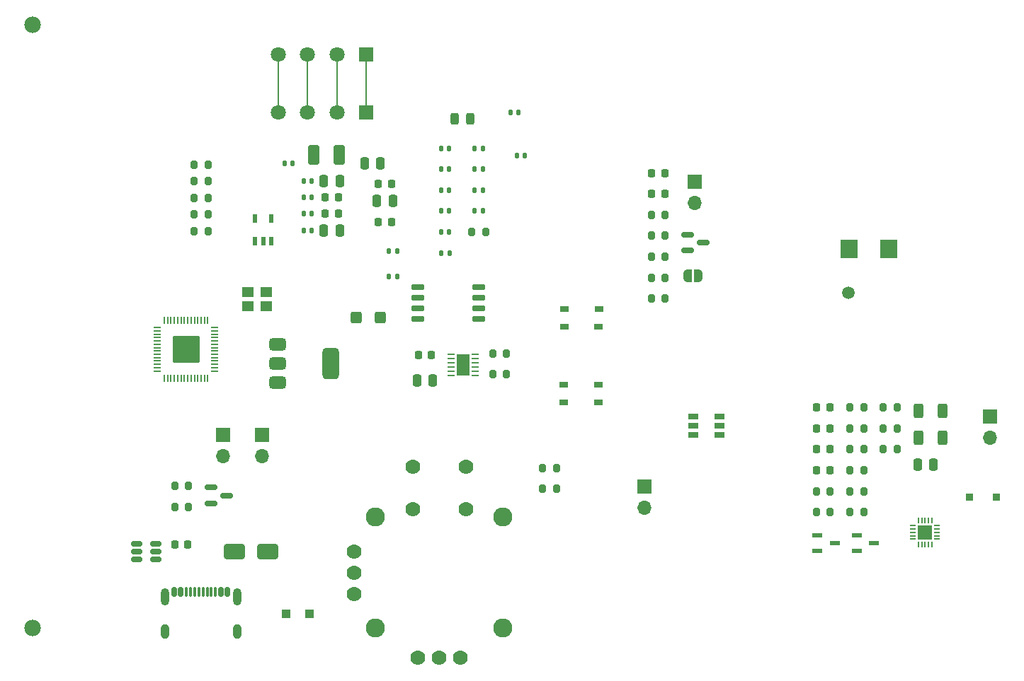
<source format=gbr>
%TF.GenerationSoftware,KiCad,Pcbnew,8.0.0*%
%TF.CreationDate,2024-04-27T18:31:45+01:00*%
%TF.ProjectId,StepUp,53746570-5570-42e6-9b69-6361645f7063,rev?*%
%TF.SameCoordinates,Original*%
%TF.FileFunction,Copper,L1,Top*%
%TF.FilePolarity,Positive*%
%FSLAX46Y46*%
G04 Gerber Fmt 4.6, Leading zero omitted, Abs format (unit mm)*
G04 Created by KiCad (PCBNEW 8.0.0) date 2024-04-27 18:31:45*
%MOMM*%
%LPD*%
G01*
G04 APERTURE LIST*
G04 Aperture macros list*
%AMRoundRect*
0 Rectangle with rounded corners*
0 $1 Rounding radius*
0 $2 $3 $4 $5 $6 $7 $8 $9 X,Y pos of 4 corners*
0 Add a 4 corners polygon primitive as box body*
4,1,4,$2,$3,$4,$5,$6,$7,$8,$9,$2,$3,0*
0 Add four circle primitives for the rounded corners*
1,1,$1+$1,$2,$3*
1,1,$1+$1,$4,$5*
1,1,$1+$1,$6,$7*
1,1,$1+$1,$8,$9*
0 Add four rect primitives between the rounded corners*
20,1,$1+$1,$2,$3,$4,$5,0*
20,1,$1+$1,$4,$5,$6,$7,0*
20,1,$1+$1,$6,$7,$8,$9,0*
20,1,$1+$1,$8,$9,$2,$3,0*%
%AMFreePoly0*
4,1,19,0.500000,-0.750000,0.000000,-0.750000,0.000000,-0.744911,-0.071157,-0.744911,-0.207708,-0.704816,-0.327430,-0.627875,-0.420627,-0.520320,-0.479746,-0.390866,-0.500000,-0.250000,-0.500000,0.250000,-0.479746,0.390866,-0.420627,0.520320,-0.327430,0.627875,-0.207708,0.704816,-0.071157,0.744911,0.000000,0.744911,0.000000,0.750000,0.500000,0.750000,0.500000,-0.750000,0.500000,-0.750000,
$1*%
%AMFreePoly1*
4,1,19,0.000000,0.744911,0.071157,0.744911,0.207708,0.704816,0.327430,0.627875,0.420627,0.520320,0.479746,0.390866,0.500000,0.250000,0.500000,-0.250000,0.479746,-0.390866,0.420627,-0.520320,0.327430,-0.627875,0.207708,-0.704816,0.071157,-0.744911,0.000000,-0.744911,0.000000,-0.750000,-0.500000,-0.750000,-0.500000,0.750000,0.000000,0.750000,0.000000,0.744911,0.000000,0.744911,
$1*%
G04 Aperture macros list end*
%TA.AperFunction,SMDPad,CuDef*%
%ADD10R,0.762000X0.254000*%
%TD*%
%TA.AperFunction,SMDPad,CuDef*%
%ADD11R,0.254000X0.762000*%
%TD*%
%TA.AperFunction,SMDPad,CuDef*%
%ADD12R,1.701800X1.701800*%
%TD*%
%TA.AperFunction,SMDPad,CuDef*%
%ADD13C,1.500000*%
%TD*%
%TA.AperFunction,SMDPad,CuDef*%
%ADD14R,2.150000X2.200000*%
%TD*%
%TA.AperFunction,SMDPad,CuDef*%
%ADD15RoundRect,0.250000X-0.400000X-0.450000X0.400000X-0.450000X0.400000X0.450000X-0.400000X0.450000X0*%
%TD*%
%TA.AperFunction,ComponentPad*%
%ADD16R,1.800000X1.800000*%
%TD*%
%TA.AperFunction,ComponentPad*%
%ADD17C,1.800000*%
%TD*%
%TA.AperFunction,SMDPad,CuDef*%
%ADD18RoundRect,0.200000X-0.200000X-0.275000X0.200000X-0.275000X0.200000X0.275000X-0.200000X0.275000X0*%
%TD*%
%TA.AperFunction,ComponentPad*%
%ADD19C,1.980000*%
%TD*%
%TA.AperFunction,SMDPad,CuDef*%
%ADD20R,1.300000X0.600000*%
%TD*%
%TA.AperFunction,SMDPad,CuDef*%
%ADD21RoundRect,0.140000X-0.140000X-0.170000X0.140000X-0.170000X0.140000X0.170000X-0.140000X0.170000X0*%
%TD*%
%TA.AperFunction,ComponentPad*%
%ADD22R,1.700000X1.700000*%
%TD*%
%TA.AperFunction,ComponentPad*%
%ADD23O,1.700000X1.700000*%
%TD*%
%TA.AperFunction,SMDPad,CuDef*%
%ADD24RoundRect,0.250000X-0.250000X-0.475000X0.250000X-0.475000X0.250000X0.475000X-0.250000X0.475000X0*%
%TD*%
%TA.AperFunction,SMDPad,CuDef*%
%ADD25RoundRect,0.225000X-0.225000X-0.250000X0.225000X-0.250000X0.225000X0.250000X-0.225000X0.250000X0*%
%TD*%
%TA.AperFunction,SMDPad,CuDef*%
%ADD26RoundRect,0.135000X-0.135000X-0.185000X0.135000X-0.185000X0.135000X0.185000X-0.135000X0.185000X0*%
%TD*%
%TA.AperFunction,SMDPad,CuDef*%
%ADD27RoundRect,0.250000X-0.312500X-0.625000X0.312500X-0.625000X0.312500X0.625000X-0.312500X0.625000X0*%
%TD*%
%TA.AperFunction,SMDPad,CuDef*%
%ADD28RoundRect,0.250000X-0.412500X-0.925000X0.412500X-0.925000X0.412500X0.925000X-0.412500X0.925000X0*%
%TD*%
%TA.AperFunction,SMDPad,CuDef*%
%ADD29R,1.300000X0.700000*%
%TD*%
%TA.AperFunction,SMDPad,CuDef*%
%ADD30RoundRect,0.062500X-0.362500X-0.062500X0.362500X-0.062500X0.362500X0.062500X-0.362500X0.062500X0*%
%TD*%
%TA.AperFunction,HeatsinkPad*%
%ADD31C,0.600000*%
%TD*%
%TA.AperFunction,HeatsinkPad*%
%ADD32R,1.600000X2.500000*%
%TD*%
%TA.AperFunction,SMDPad,CuDef*%
%ADD33RoundRect,0.243750X-0.243750X-0.456250X0.243750X-0.456250X0.243750X0.456250X-0.243750X0.456250X0*%
%TD*%
%TA.AperFunction,SMDPad,CuDef*%
%ADD34R,1.050000X0.650000*%
%TD*%
%TA.AperFunction,SMDPad,CuDef*%
%ADD35RoundRect,0.050000X-0.387500X-0.050000X0.387500X-0.050000X0.387500X0.050000X-0.387500X0.050000X0*%
%TD*%
%TA.AperFunction,SMDPad,CuDef*%
%ADD36RoundRect,0.050000X-0.050000X-0.387500X0.050000X-0.387500X0.050000X0.387500X-0.050000X0.387500X0*%
%TD*%
%TA.AperFunction,ComponentPad*%
%ADD37C,0.600000*%
%TD*%
%TA.AperFunction,SMDPad,CuDef*%
%ADD38RoundRect,0.144000X-1.456000X-1.456000X1.456000X-1.456000X1.456000X1.456000X-1.456000X1.456000X0*%
%TD*%
%TA.AperFunction,ComponentPad*%
%ADD39C,1.778000*%
%TD*%
%TA.AperFunction,ComponentPad*%
%ADD40C,2.286000*%
%TD*%
%TA.AperFunction,SMDPad,CuDef*%
%ADD41RoundRect,0.150000X-0.150000X-0.425000X0.150000X-0.425000X0.150000X0.425000X-0.150000X0.425000X0*%
%TD*%
%TA.AperFunction,SMDPad,CuDef*%
%ADD42RoundRect,0.075000X-0.075000X-0.500000X0.075000X-0.500000X0.075000X0.500000X-0.075000X0.500000X0*%
%TD*%
%TA.AperFunction,ComponentPad*%
%ADD43O,1.000000X2.100000*%
%TD*%
%TA.AperFunction,ComponentPad*%
%ADD44O,1.000000X1.800000*%
%TD*%
%TA.AperFunction,SMDPad,CuDef*%
%ADD45RoundRect,0.250000X-1.000000X-0.650000X1.000000X-0.650000X1.000000X0.650000X-1.000000X0.650000X0*%
%TD*%
%TA.AperFunction,SMDPad,CuDef*%
%ADD46FreePoly0,0.000000*%
%TD*%
%TA.AperFunction,SMDPad,CuDef*%
%ADD47FreePoly1,0.000000*%
%TD*%
%TA.AperFunction,SMDPad,CuDef*%
%ADD48RoundRect,0.150000X-0.512500X-0.150000X0.512500X-0.150000X0.512500X0.150000X-0.512500X0.150000X0*%
%TD*%
%TA.AperFunction,SMDPad,CuDef*%
%ADD49R,1.400000X1.200000*%
%TD*%
%TA.AperFunction,SMDPad,CuDef*%
%ADD50R,0.600000X1.050000*%
%TD*%
%TA.AperFunction,SMDPad,CuDef*%
%ADD51RoundRect,0.150000X-0.587500X-0.150000X0.587500X-0.150000X0.587500X0.150000X-0.587500X0.150000X0*%
%TD*%
%TA.AperFunction,SMDPad,CuDef*%
%ADD52RoundRect,0.375000X-0.625000X-0.375000X0.625000X-0.375000X0.625000X0.375000X-0.625000X0.375000X0*%
%TD*%
%TA.AperFunction,SMDPad,CuDef*%
%ADD53RoundRect,0.500000X-0.500000X-1.400000X0.500000X-1.400000X0.500000X1.400000X-0.500000X1.400000X0*%
%TD*%
%TA.AperFunction,SMDPad,CuDef*%
%ADD54R,0.900000X0.950000*%
%TD*%
%TA.AperFunction,SMDPad,CuDef*%
%ADD55RoundRect,0.250000X-0.300000X-0.300000X0.300000X-0.300000X0.300000X0.300000X-0.300000X0.300000X0*%
%TD*%
%TA.AperFunction,SMDPad,CuDef*%
%ADD56RoundRect,0.150000X-0.650000X-0.150000X0.650000X-0.150000X0.650000X0.150000X-0.650000X0.150000X0*%
%TD*%
%TA.AperFunction,Conductor*%
%ADD57C,0.152400*%
%TD*%
G04 APERTURE END LIST*
D10*
%TO.P,U3,1,OA2*%
%TO.N,/Motor Driver/OA2*%
X209655200Y-128899998D03*
%TO.P,U3,2,VCP*%
%TO.N,Net-(U3-VCP)*%
X209655200Y-129300000D03*
%TO.P,U3,3,DIR*%
%TO.N,TMC_DIR*%
X209655200Y-129699999D03*
%TO.P,U3,4,STEP*%
%TO.N,TMC_STEP*%
X209655200Y-130099998D03*
%TO.P,U3,5,MS1_AD0*%
%TO.N,TMC_MS1{slash}AD0*%
X209655200Y-130500000D03*
D11*
%TO.P,U3,6,MS2_AD1*%
%TO.N,TMC_MS2{slash}AD1*%
X210277599Y-131122399D03*
%TO.P,U3,7,EN*%
%TO.N,TMC_EN*%
X210677601Y-131122399D03*
%TO.P,U3,8,STEPPER*%
%TO.N,/Motor Driver/VCC_IO*%
X211077600Y-131122399D03*
%TO.P,U3,9,MODE*%
%TO.N,TMC_MODE*%
X211477599Y-131122399D03*
%TO.P,U3,10,PDN_UART*%
%TO.N,TMC_UART_RX*%
X211877601Y-131122399D03*
D10*
%TO.P,U3,11,VIO/NSTDBY*%
%TO.N,/Motor Driver/VCC_IO*%
X212500000Y-130500000D03*
%TO.P,U3,12,DIAG*%
%TO.N,TMC_DIAG*%
X212500000Y-130099998D03*
%TO.P,U3,13,1.8VOUT*%
%TO.N,Net-(U3-1.8VOUT)*%
X212500000Y-129699999D03*
%TO.P,U3,14,GND*%
%TO.N,GND*%
X212500000Y-129300000D03*
%TO.P,U3,15,OB2*%
%TO.N,/Motor Driver/OB2*%
X212500000Y-128899998D03*
D11*
%TO.P,U3,16,BRB*%
%TO.N,Net-(U3-BRB)*%
X211877601Y-128277599D03*
%TO.P,U3,17,OB1*%
%TO.N,/Motor Driver/OB1*%
X211477599Y-128277599D03*
%TO.P,U3,18,VS*%
%TO.N,VMotor*%
X211077600Y-128277599D03*
%TO.P,U3,19,OA1*%
%TO.N,/Motor Driver/OA1*%
X210677601Y-128277599D03*
%TO.P,U3,20,BRA*%
%TO.N,Net-(U3-BRA)*%
X210277599Y-128277599D03*
D12*
%TO.P,U3,21,EPAD*%
%TO.N,GND*%
X211077600Y-129699999D03*
%TD*%
D13*
%TO.P,TP1,1,1*%
%TO.N,/Power/BOOST_VOUT*%
X201905000Y-101050000D03*
%TD*%
D14*
%TO.P,L2,1,1*%
%TO.N,/Power/BOOST_VIN*%
X201980000Y-95800000D03*
%TO.P,L2,2,2*%
%TO.N,Net-(D2-A)*%
X206780000Y-95800000D03*
%TD*%
D15*
%TO.P,D6,1,A1*%
%TO.N,VMotor*%
X143050000Y-104000000D03*
%TO.P,D6,2,A2*%
%TO.N,GND*%
X145950000Y-104000000D03*
%TD*%
D16*
%TO.P,J3,1_A,1*%
%TO.N,/Motor Driver/OA1*%
X144250000Y-79437500D03*
D17*
%TO.P,J3,2_A,2*%
%TO.N,/Motor Driver/OA2*%
X140750000Y-79437500D03*
%TO.P,J3,3_A,3*%
%TO.N,/Motor Driver/OB1*%
X137250000Y-79437500D03*
%TO.P,J3,4_A,4*%
%TO.N,/Motor Driver/OB2*%
X133750000Y-79437500D03*
D16*
%TO.P,J3,1_B,1__1*%
%TO.N,/Motor Driver/OA1*%
X144250000Y-72437500D03*
D17*
%TO.P,J3,2_B,2__1*%
%TO.N,/Motor Driver/OA2*%
X140750000Y-72437500D03*
%TO.P,J3,3_B,3__1*%
%TO.N,/Motor Driver/OB1*%
X137250000Y-72437500D03*
%TO.P,J3,4_B,4__1*%
%TO.N,/Motor Driver/OB2*%
X133750000Y-72437500D03*
%TD*%
D18*
%TO.P,R20,1*%
%TO.N,Vbat_monitor*%
X178345000Y-96700000D03*
%TO.P,R20,2*%
%TO.N,Vbat*%
X179995000Y-96700000D03*
%TD*%
D19*
%TO.P,BT1,N*%
%TO.N,GND*%
X104390000Y-141110000D03*
%TO.P,BT1,P*%
%TO.N,Vbat*%
X104390000Y-68890000D03*
%TD*%
D20*
%TO.P,Q4,1,G*%
%TO.N,~{TMC_STBDY}*%
X202900000Y-130050000D03*
%TO.P,Q4,2,S*%
%TO.N,GND*%
X202900000Y-131950000D03*
%TO.P,Q4,3,D*%
%TO.N,Net-(Q3-G)*%
X205000000Y-131000000D03*
%TD*%
D21*
%TO.P,C10,1*%
%TO.N,+3V3*%
X146997500Y-96017500D03*
%TO.P,C10,2*%
%TO.N,GND*%
X147957500Y-96017500D03*
%TD*%
%TO.P,C5,1*%
%TO.N,+1V1*%
X162262500Y-84617500D03*
%TO.P,C5,2*%
%TO.N,GND*%
X163222500Y-84617500D03*
%TD*%
D18*
%TO.P,R6,1*%
%TO.N,GND*%
X156892500Y-93737500D03*
%TO.P,R6,2*%
%TO.N,Net-(U5-PROG)*%
X158542500Y-93737500D03*
%TD*%
D21*
%TO.P,C8,1*%
%TO.N,+3V3*%
X134520000Y-85500000D03*
%TO.P,C8,2*%
%TO.N,GND*%
X135480000Y-85500000D03*
%TD*%
D22*
%TO.P,J1,1,Pin_1*%
%TO.N,V_USB*%
X183500000Y-87730000D03*
D23*
%TO.P,J1,2,Pin_2*%
%TO.N,Net-(D3-A)*%
X183500000Y-90270000D03*
%TD*%
D24*
%TO.P,C19,1*%
%TO.N,Net-(J4-Pin_2)*%
X139187500Y-93527500D03*
%TO.P,C19,2*%
%TO.N,GND*%
X141087500Y-93527500D03*
%TD*%
D18*
%TO.P,R34,1*%
%TO.N,Net-(Q3-G)*%
X206100000Y-117230000D03*
%TO.P,R34,2*%
%TO.N,+3V3*%
X207750000Y-117230000D03*
%TD*%
D25*
%TO.P,C18,1*%
%TO.N,/Power/BOOST_VIN*%
X139362500Y-91557500D03*
%TO.P,C18,2*%
%TO.N,GND*%
X140912500Y-91557500D03*
%TD*%
D18*
%TO.P,R10,1*%
%TO.N,Net-(U7-OVP)*%
X123702500Y-91627500D03*
%TO.P,R10,2*%
%TO.N,/Power/BOOST_VOUT*%
X125352500Y-91627500D03*
%TD*%
D26*
%TO.P,R2,1*%
%TO.N,+3V3*%
X157207500Y-83697500D03*
%TO.P,R2,2*%
%TO.N,/MCU/QSPI_SS*%
X158227500Y-83697500D03*
%TD*%
D27*
%TO.P,R29,1*%
%TO.N,GND*%
X210272500Y-115110000D03*
%TO.P,R29,2*%
%TO.N,Net-(U3-BRA)*%
X213197500Y-115110000D03*
%TD*%
D26*
%TO.P,R5,1*%
%TO.N,/MCU/USB_D-*%
X157207500Y-91227500D03*
%TO.P,R5,2*%
%TO.N,Net-(U2-USB_DM)*%
X158227500Y-91227500D03*
%TD*%
D18*
%TO.P,R7,1*%
%TO.N,Net-(U5-STAT)*%
X123702500Y-85657500D03*
%TO.P,R7,2*%
%TO.N,Net-(D1-K)*%
X125352500Y-85657500D03*
%TD*%
D28*
%TO.P,C15,1*%
%TO.N,/Power/BOOST_VIN*%
X137962500Y-84500000D03*
%TO.P,C15,2*%
%TO.N,GND*%
X141037500Y-84500000D03*
%TD*%
D18*
%TO.P,R8,1*%
%TO.N,GND*%
X123702500Y-87647500D03*
%TO.P,R8,2*%
%TO.N,/Power/BOOST_ENABLE*%
X125352500Y-87647500D03*
%TD*%
%TO.P,R32,1*%
%TO.N,TMC_UART_RX*%
X202090000Y-127270000D03*
%TO.P,R32,2*%
%TO.N,GND*%
X203740000Y-127270000D03*
%TD*%
D26*
%TO.P,R4,1*%
%TO.N,/MCU/USB_D+*%
X157207500Y-88717500D03*
%TO.P,R4,2*%
%TO.N,Net-(U2-USB_DP)*%
X158227500Y-88717500D03*
%TD*%
D24*
%TO.P,C28,1*%
%TO.N,VMotor*%
X210205000Y-121550000D03*
%TO.P,C28,2*%
%TO.N,GND*%
X212105000Y-121550000D03*
%TD*%
D20*
%TO.P,Q3,1,G*%
%TO.N,Net-(Q3-G)*%
X198200000Y-130050000D03*
%TO.P,Q3,2,D*%
%TO.N,+3V3*%
X198200000Y-131950000D03*
%TO.P,Q3,3,S*%
%TO.N,/Motor Driver/VCC_IO*%
X200300000Y-131000000D03*
%TD*%
D26*
%TO.P,R3,1*%
%TO.N,/MCU/XOUT*%
X157207500Y-86207500D03*
%TO.P,R3,2*%
%TO.N,Net-(C2-Pad1)*%
X158227500Y-86207500D03*
%TD*%
D21*
%TO.P,C7,1*%
%TO.N,+3V3*%
X161537500Y-79397500D03*
%TO.P,C7,2*%
%TO.N,GND*%
X162497500Y-79397500D03*
%TD*%
D18*
%TO.P,R23,1*%
%TO.N,/Motor Driver/VCC_IO*%
X198080000Y-124760000D03*
%TO.P,R23,2*%
%TO.N,TMC_MS2{slash}AD1*%
X199730000Y-124760000D03*
%TD*%
D21*
%TO.P,C6,1*%
%TO.N,+1V1*%
X153227500Y-93737500D03*
%TO.P,C6,2*%
%TO.N,GND*%
X154187500Y-93737500D03*
%TD*%
D29*
%TO.P,D4,1,KB*%
%TO.N,unconnected-(D4-KB-Pad1)*%
X183400000Y-115800000D03*
%TO.P,D4,2,KG*%
%TO.N,unconnected-(D4-KG-Pad2)*%
X183400000Y-116900000D03*
%TO.P,D4,3,KR*%
%TO.N,unconnected-(D4-KR-Pad3)*%
X183400000Y-118000000D03*
%TO.P,D4,4,AR*%
%TO.N,unconnected-(D4-AR-Pad4)*%
X186500000Y-118000000D03*
%TO.P,D4,5,AG*%
%TO.N,unconnected-(D4-AG-Pad5)*%
X186500000Y-116900000D03*
%TO.P,D4,6,AB*%
%TO.N,unconnected-(D4-AB-Pad6)*%
X186500000Y-115800000D03*
%TD*%
D27*
%TO.P,R31,1*%
%TO.N,GND*%
X210272500Y-118400000D03*
%TO.P,R31,2*%
%TO.N,Net-(U3-BRB)*%
X213197500Y-118400000D03*
%TD*%
D18*
%TO.P,R27,1*%
%TO.N,TMC_STEP*%
X202090000Y-119740000D03*
%TO.P,R27,2*%
%TO.N,GND*%
X203740000Y-119740000D03*
%TD*%
D21*
%TO.P,C13,1*%
%TO.N,+3V3*%
X136787500Y-91557500D03*
%TO.P,C13,2*%
%TO.N,GND*%
X137747500Y-91557500D03*
%TD*%
D30*
%TO.P,U7,1,NC*%
%TO.N,unconnected-(U7-NC-Pad1)*%
X154425000Y-108395000D03*
%TO.P,U7,2,SS*%
%TO.N,Net-(U7-SS)*%
X154425000Y-108895000D03*
%TO.P,U7,3,FB*%
%TO.N,Net-(U7-FB)*%
X154425000Y-109395000D03*
%TO.P,U7,4,AGND*%
%TO.N,GND*%
X154425000Y-109895000D03*
%TO.P,U7,5,PGND*%
X154425000Y-110395000D03*
%TO.P,U7,6,PGND*%
X154425000Y-110895000D03*
%TO.P,U7,7,SW*%
%TO.N,Net-(D2-A)*%
X157275000Y-110895000D03*
%TO.P,U7,8,SW*%
X157275000Y-110395000D03*
%TO.P,U7,9,OVP*%
%TO.N,Net-(U7-OVP)*%
X157275000Y-109895000D03*
%TO.P,U7,10,VIN*%
%TO.N,/Power/BOOST_VIN*%
X157275000Y-109395000D03*
%TO.P,U7,11,EN*%
%TO.N,/Power/BOOST_ENABLE*%
X157275000Y-108895000D03*
%TO.P,U7,12,COMP*%
%TO.N,Net-(U7-COMP)*%
X157275000Y-108395000D03*
D31*
%TO.P,U7,13,PGND*%
%TO.N,GND*%
X155350000Y-108695000D03*
X155350000Y-109645000D03*
X155350000Y-110595000D03*
D32*
X155850000Y-109645000D03*
D31*
X156350000Y-108695000D03*
X156350000Y-109645000D03*
X156350000Y-110595000D03*
%TD*%
D21*
%TO.P,C3,1*%
%TO.N,+3V3*%
X153227500Y-88717500D03*
%TO.P,C3,2*%
%TO.N,GND*%
X154187500Y-88717500D03*
%TD*%
D18*
%TO.P,R28,1*%
%TO.N,TMC_DIR*%
X202090000Y-122250000D03*
%TO.P,R28,2*%
%TO.N,GND*%
X203740000Y-122250000D03*
%TD*%
D33*
%TO.P,D1,1,K*%
%TO.N,Net-(D1-K)*%
X154835000Y-80167500D03*
%TO.P,D1,2,A*%
%TO.N,V_USB*%
X156710000Y-80167500D03*
%TD*%
D21*
%TO.P,C14,1*%
%TO.N,+3V3*%
X136787500Y-93527500D03*
%TO.P,C14,2*%
%TO.N,GND*%
X137747500Y-93527500D03*
%TD*%
D34*
%TO.P,SW1,1,1*%
%TO.N,GND*%
X167925000Y-102925000D03*
X172075000Y-102925000D03*
%TO.P,SW1,2,2*%
%TO.N,Net-(D5-PadK)*%
X167925000Y-105075000D03*
X172050000Y-105075000D03*
%TD*%
D18*
%TO.P,R14,1*%
%TO.N,V_USB*%
X121355000Y-124130000D03*
%TO.P,R14,2*%
%TO.N,Net-(Q1-G)*%
X123005000Y-124130000D03*
%TD*%
D35*
%TO.P,U2,1,IOVDD*%
%TO.N,+3V3*%
X119287500Y-105175000D03*
%TO.P,U2,2,GPIO0*%
%TO.N,/MCU/GPIO0*%
X119287500Y-105575000D03*
%TO.P,U2,3,GPIO1*%
%TO.N,/MCU/GPIO1*%
X119287500Y-105975000D03*
%TO.P,U2,4,GPIO2*%
%TO.N,/MCU/GPIO2*%
X119287500Y-106375000D03*
%TO.P,U2,5,GPIO3*%
%TO.N,/MCU/GPIO3*%
X119287500Y-106775000D03*
%TO.P,U2,6,GPIO4*%
%TO.N,/MCU/GPIO4*%
X119287500Y-107175000D03*
%TO.P,U2,7,GPIO5*%
%TO.N,/MCU/GPIO5*%
X119287500Y-107575000D03*
%TO.P,U2,8,GPIO6*%
%TO.N,/MCU/GPIO6*%
X119287500Y-107975000D03*
%TO.P,U2,9,GPIO7*%
%TO.N,/MCU/GPIO7*%
X119287500Y-108375000D03*
%TO.P,U2,10,IOVDD*%
%TO.N,+3V3*%
X119287500Y-108775000D03*
%TO.P,U2,11,GPIO8*%
%TO.N,/MCU/GPIO8*%
X119287500Y-109175000D03*
%TO.P,U2,12,GPIO9*%
%TO.N,/MCU/GPIO9*%
X119287500Y-109575000D03*
%TO.P,U2,13,GPIO10*%
%TO.N,/MCU/GPIO10*%
X119287500Y-109975000D03*
%TO.P,U2,14,GPIO11*%
%TO.N,/MCU/GPIO11*%
X119287500Y-110375000D03*
D36*
%TO.P,U2,15,GPIO12*%
%TO.N,/MCU/GPIO12*%
X120125000Y-111212500D03*
%TO.P,U2,16,GPIO13*%
%TO.N,/MCU/GPIO13*%
X120525000Y-111212500D03*
%TO.P,U2,17,GPIO14*%
%TO.N,/MCU/GPIO14*%
X120925000Y-111212500D03*
%TO.P,U2,18,GPIO15*%
%TO.N,/MCU/GPIO15*%
X121325000Y-111212500D03*
%TO.P,U2,19,TESTEN*%
%TO.N,GND*%
X121725000Y-111212500D03*
%TO.P,U2,20,XIN*%
%TO.N,/MCU/XIN*%
X122125000Y-111212500D03*
%TO.P,U2,21,XOUT*%
%TO.N,/MCU/XOUT*%
X122525000Y-111212500D03*
%TO.P,U2,22,IOVDD*%
%TO.N,+3V3*%
X122925000Y-111212500D03*
%TO.P,U2,23,DVDD*%
%TO.N,+1V1*%
X123325000Y-111212500D03*
%TO.P,U2,24,SWCLK*%
%TO.N,/MCU/SWCLK*%
X123725000Y-111212500D03*
%TO.P,U2,25,SWD*%
%TO.N,/MCU/SWD*%
X124125000Y-111212500D03*
%TO.P,U2,26,RUN*%
%TO.N,/MCU/RUN*%
X124525000Y-111212500D03*
%TO.P,U2,27,GPIO16*%
%TO.N,/MCU/GPIO16*%
X124925000Y-111212500D03*
%TO.P,U2,28,GPIO17*%
%TO.N,/MCU/GPIO17*%
X125325000Y-111212500D03*
D35*
%TO.P,U2,29,GPIO18*%
%TO.N,/MCU/GPIO18*%
X126162500Y-110375000D03*
%TO.P,U2,30,GPIO19*%
%TO.N,/MCU/GPIO19*%
X126162500Y-109975000D03*
%TO.P,U2,31,GPIO20*%
%TO.N,/MCU/GPIO20*%
X126162500Y-109575000D03*
%TO.P,U2,32,GPIO21*%
%TO.N,/MCU/GPIO21*%
X126162500Y-109175000D03*
%TO.P,U2,33,IOVDD*%
%TO.N,+3V3*%
X126162500Y-108775000D03*
%TO.P,U2,34,GPIO22*%
%TO.N,JOYSTSICK_BUTTON*%
X126162500Y-108375000D03*
%TO.P,U2,35,GPIO23*%
%TO.N,/MCU/GPIO23*%
X126162500Y-107975000D03*
%TO.P,U2,36,GPIO24*%
%TO.N,/MCU/GPIO24*%
X126162500Y-107575000D03*
%TO.P,U2,37,GPIO25*%
%TO.N,VUSB_monitor*%
X126162500Y-107175000D03*
%TO.P,U2,38,GPIO26_ADC0*%
%TO.N,JOYSTSICK_AXIS_V*%
X126162500Y-106775000D03*
%TO.P,U2,39,GPIO27_ADC1*%
%TO.N,JOYSTSICK_AXIS_H*%
X126162500Y-106375000D03*
%TO.P,U2,40,GPIO28_ADC2*%
%TO.N,Vbat_monitor*%
X126162500Y-105975000D03*
%TO.P,U2,41,GPIO29_ADC3*%
%TO.N,/MCU/GPIO29_ADC3*%
X126162500Y-105575000D03*
%TO.P,U2,42,IOVDD*%
%TO.N,+3V3*%
X126162500Y-105175000D03*
D36*
%TO.P,U2,43,ADC_AVDD*%
X125325000Y-104337500D03*
%TO.P,U2,44,VREG_IN*%
X124925000Y-104337500D03*
%TO.P,U2,45,VREG_VOUT*%
%TO.N,+1V1*%
X124525000Y-104337500D03*
%TO.P,U2,46,USB_DM*%
%TO.N,Net-(U2-USB_DM)*%
X124125000Y-104337500D03*
%TO.P,U2,47,USB_DP*%
%TO.N,Net-(U2-USB_DP)*%
X123725000Y-104337500D03*
%TO.P,U2,48,USB_VDD*%
%TO.N,+3V3*%
X123325000Y-104337500D03*
%TO.P,U2,49,IOVDD*%
X122925000Y-104337500D03*
%TO.P,U2,50,DVDD*%
%TO.N,+1V1*%
X122525000Y-104337500D03*
%TO.P,U2,51,QSPI_SD3*%
%TO.N,/MCU/QSPI_SD3*%
X122125000Y-104337500D03*
%TO.P,U2,52,QSPI_SCLK*%
%TO.N,/MCU/QSPI_SCLK*%
X121725000Y-104337500D03*
%TO.P,U2,53,QSPI_SD0*%
%TO.N,/MCU/QSPI_SD0*%
X121325000Y-104337500D03*
%TO.P,U2,54,QSPI_SD2*%
%TO.N,/MCU/QSPI_SD2*%
X120925000Y-104337500D03*
%TO.P,U2,55,QSPI_SD1*%
%TO.N,/MCU/QSPI_SD1*%
X120525000Y-104337500D03*
%TO.P,U2,56,QSPI_SS*%
%TO.N,/MCU/QSPI_SS*%
X120125000Y-104337500D03*
D37*
%TO.P,U2,57,GND*%
%TO.N,GND*%
X121450000Y-106500000D03*
X121450000Y-107775000D03*
X121450000Y-109050000D03*
X122725000Y-106500000D03*
X122725000Y-107775000D03*
D38*
X122725000Y-107775000D03*
D37*
X122725000Y-109050000D03*
X124000000Y-106500000D03*
X124000000Y-107775000D03*
X124000000Y-109050000D03*
%TD*%
D25*
%TO.P,C32,1*%
%TO.N,/Motor Driver/VCC_IO*%
X198130000Y-119740000D03*
%TO.P,C32,2*%
%TO.N,GND*%
X199680000Y-119740000D03*
%TD*%
D18*
%TO.P,R13,1*%
%TO.N,GND*%
X159380000Y-110760000D03*
%TO.P,R13,2*%
%TO.N,Net-(U7-FB)*%
X161030000Y-110760000D03*
%TD*%
D24*
%TO.P,C20,1*%
%TO.N,Net-(D3-K)*%
X144050000Y-85500000D03*
%TO.P,C20,2*%
%TO.N,GND*%
X145950000Y-85500000D03*
%TD*%
D21*
%TO.P,C4,1*%
%TO.N,+1V1*%
X153227500Y-91227500D03*
%TO.P,C4,2*%
%TO.N,GND*%
X154187500Y-91227500D03*
%TD*%
D39*
%TO.P,U8,B1A,SEL+*%
%TO.N,JOYSTSICK_BUTTON*%
X149825000Y-121800000D03*
%TO.P,U8,B1B*%
%TO.N,N/C*%
X156175000Y-121800000D03*
%TO.P,U8,B2A,SEL-*%
%TO.N,GND*%
X149825000Y-126880000D03*
%TO.P,U8,B2B*%
%TO.N,N/C*%
X156175000Y-126880000D03*
%TO.P,U8,H1,H+*%
%TO.N,+3V3*%
X150460000Y-144660000D03*
%TO.P,U8,H2,H*%
%TO.N,JOYSTSICK_AXIS_H*%
X153000000Y-144660000D03*
%TO.P,U8,H3,H-*%
%TO.N,GND*%
X155540000Y-144660000D03*
D40*
%TO.P,U8,S1,SHIELD*%
X145380000Y-127832500D03*
%TO.P,U8,S2,SHIELD*%
X145380000Y-141167500D03*
%TO.P,U8,S3,SHIELD*%
X160620000Y-141167500D03*
%TO.P,U8,S4,SHIELD*%
X160620000Y-127832500D03*
D39*
%TO.P,U8,V1,V+*%
%TO.N,+3V3*%
X142840000Y-131960000D03*
%TO.P,U8,V2,V*%
%TO.N,JOYSTSICK_AXIS_V*%
X142840000Y-134500000D03*
%TO.P,U8,V3,V-*%
%TO.N,GND*%
X142840000Y-137040000D03*
%TD*%
D22*
%TO.P,J4,1,Pin_1*%
%TO.N,Vbat*%
X127150000Y-118000000D03*
D23*
%TO.P,J4,2,Pin_2*%
%TO.N,Net-(J4-Pin_2)*%
X127150000Y-120540000D03*
%TD*%
D41*
%TO.P,J8,A1,GND*%
%TO.N,GND*%
X121300000Y-136820000D03*
%TO.P,J8,A4,VBUS*%
%TO.N,Net-(J5-Pin_2)*%
X122100000Y-136820000D03*
D42*
%TO.P,J8,A5,CC1*%
%TO.N,Net-(J8-CC1)*%
X123250000Y-136820000D03*
%TO.P,J8,A6,D+*%
%TO.N,/Power/USB_D+_IN*%
X124250000Y-136820000D03*
%TO.P,J8,A7,D-*%
%TO.N,/Power/USB_D-_IN*%
X124750000Y-136820000D03*
%TO.P,J8,A8,SBU1*%
%TO.N,unconnected-(J8-SBU1-PadA8)*%
X125750000Y-136820000D03*
D41*
%TO.P,J8,A9,VBUS*%
%TO.N,Net-(J5-Pin_2)*%
X126900000Y-136820000D03*
%TO.P,J8,A12,GND*%
%TO.N,GND*%
X127700000Y-136820000D03*
%TO.P,J8,B1,GND*%
X127700000Y-136820000D03*
%TO.P,J8,B4,VBUS*%
%TO.N,Net-(J5-Pin_2)*%
X126900000Y-136820000D03*
D42*
%TO.P,J8,B5,CC2*%
%TO.N,Net-(J8-CC2)*%
X126250000Y-136820000D03*
%TO.P,J8,B6,D+*%
%TO.N,/Power/USB_D+_IN*%
X125250000Y-136820000D03*
%TO.P,J8,B7,D-*%
%TO.N,/Power/USB_D-_IN*%
X123750000Y-136820000D03*
%TO.P,J8,B8,SBU2*%
%TO.N,unconnected-(J8-SBU2-PadB8)*%
X122750000Y-136820000D03*
D41*
%TO.P,J8,B9,VBUS*%
%TO.N,Net-(J5-Pin_2)*%
X122100000Y-136820000D03*
%TO.P,J8,B12,GND*%
%TO.N,GND*%
X121300000Y-136820000D03*
D43*
%TO.P,J8,S1,SHIELD*%
X120180000Y-137395000D03*
D44*
X120180000Y-141575000D03*
D43*
X128820000Y-137395000D03*
D44*
X128820000Y-141575000D03*
%TD*%
D18*
%TO.P,R26,1*%
%TO.N,TMC_EN*%
X202090000Y-117230000D03*
%TO.P,R26,2*%
%TO.N,GND*%
X203740000Y-117230000D03*
%TD*%
D45*
%TO.P,D2,1,K*%
%TO.N,/Power/BOOST_VOUT*%
X128500000Y-132000000D03*
%TO.P,D2,2,A*%
%TO.N,Net-(D2-A)*%
X132500000Y-132000000D03*
%TD*%
D21*
%TO.P,C2,1*%
%TO.N,Net-(C2-Pad1)*%
X153227500Y-86207500D03*
%TO.P,C2,2*%
%TO.N,GND*%
X154187500Y-86207500D03*
%TD*%
D34*
%TO.P,SW2,1,1*%
%TO.N,GND*%
X167875000Y-112000000D03*
X172025000Y-112000000D03*
%TO.P,SW2,2,2*%
%TO.N,/MCU/RUN*%
X167875000Y-114150000D03*
X172000000Y-114150000D03*
%TD*%
D25*
%TO.P,C24,1*%
%TO.N,/Power/BOOST_VOUT*%
X150500000Y-108500000D03*
%TO.P,C24,2*%
%TO.N,Net-(U7-FB)*%
X152050000Y-108500000D03*
%TD*%
D46*
%TO.P,JP1,1,A*%
%TO.N,/Power/BOOST_ENABLE*%
X182700000Y-99000000D03*
D47*
%TO.P,JP1,2,B*%
%TO.N,/Power/MCU_BOOST_EN*%
X184000000Y-99000000D03*
%TD*%
D25*
%TO.P,C31,1*%
%TO.N,VMotor*%
X198130000Y-117230000D03*
%TO.P,C31,2*%
%TO.N,Net-(U3-VCP)*%
X199680000Y-117230000D03*
%TD*%
D21*
%TO.P,C1,1*%
%TO.N,/MCU/XIN*%
X153227500Y-83697500D03*
%TO.P,C1,2*%
%TO.N,GND*%
X154187500Y-83697500D03*
%TD*%
D18*
%TO.P,R16,1*%
%TO.N,GND*%
X165350000Y-121990000D03*
%TO.P,R16,2*%
%TO.N,Net-(J8-CC1)*%
X167000000Y-121990000D03*
%TD*%
D48*
%TO.P,U4,1,I/O1*%
%TO.N,/Power/USB_D+_IN*%
X116862500Y-131050000D03*
%TO.P,U4,2,GND*%
%TO.N,GND*%
X116862500Y-132000000D03*
%TO.P,U4,3,I/O2*%
%TO.N,/Power/USB_D-_IN*%
X116862500Y-132950000D03*
%TO.P,U4,4,I/O2*%
%TO.N,/Power/USB_D-*%
X119137500Y-132950000D03*
%TO.P,U4,5,VBUS*%
%TO.N,Net-(J5-Pin_2)*%
X119137500Y-132000000D03*
%TO.P,U4,6,I/O1*%
%TO.N,/Power/USB_D+*%
X119137500Y-131050000D03*
%TD*%
D18*
%TO.P,R12,1*%
%TO.N,Net-(U7-FB)*%
X159380000Y-108250000D03*
%TO.P,R12,2*%
%TO.N,/Power/BOOST_VOUT*%
X161030000Y-108250000D03*
%TD*%
D21*
%TO.P,C9,1*%
%TO.N,+3V3*%
X136787500Y-87617500D03*
%TO.P,C9,2*%
%TO.N,GND*%
X137747500Y-87617500D03*
%TD*%
D22*
%TO.P,J7,1,Pin_1*%
%TO.N,Vbat*%
X177500000Y-124225000D03*
D23*
%TO.P,J7,2,Pin_2*%
%TO.N,/Power/BOOST_VIN*%
X177500000Y-126765000D03*
%TD*%
D25*
%TO.P,C23,1*%
%TO.N,Net-(C23-Pad1)*%
X145725000Y-92500000D03*
%TO.P,C23,2*%
%TO.N,GND*%
X147275000Y-92500000D03*
%TD*%
D49*
%TO.P,Y1,1,1*%
%TO.N,/MCU/XIN*%
X130125000Y-102625000D03*
%TO.P,Y1,2,2*%
%TO.N,GND*%
X132325000Y-102625000D03*
%TO.P,Y1,3,3*%
%TO.N,Net-(C2-Pad1)*%
X132325000Y-100925000D03*
%TO.P,Y1,4,4*%
%TO.N,GND*%
X130125000Y-100925000D03*
%TD*%
D18*
%TO.P,R17,1*%
%TO.N,GND*%
X165350000Y-124500000D03*
%TO.P,R17,2*%
%TO.N,Net-(J8-CC2)*%
X167000000Y-124500000D03*
%TD*%
%TO.P,R19,1*%
%TO.N,GND*%
X178345000Y-94190000D03*
%TO.P,R19,2*%
%TO.N,Vbat_monitor*%
X179995000Y-94190000D03*
%TD*%
D25*
%TO.P,C21,1*%
%TO.N,Net-(U7-SS)*%
X145725000Y-88000000D03*
%TO.P,C21,2*%
%TO.N,GND*%
X147275000Y-88000000D03*
%TD*%
D22*
%TO.P,J5,1,Pin_1*%
%TO.N,V_USB*%
X131800000Y-118000000D03*
D23*
%TO.P,J5,2,Pin_2*%
%TO.N,Net-(J5-Pin_2)*%
X131800000Y-120540000D03*
%TD*%
D50*
%TO.P,U5,1,STAT*%
%TO.N,Net-(U5-STAT)*%
X131000000Y-94850000D03*
%TO.P,U5,2,VSS*%
%TO.N,GND*%
X131950000Y-94850000D03*
%TO.P,U5,3,VBAT*%
%TO.N,Net-(J4-Pin_2)*%
X132900000Y-94850000D03*
%TO.P,U5,4,VDD*%
%TO.N,V_USB*%
X132900000Y-92150000D03*
%TO.P,U5,5,PROG*%
%TO.N,Net-(U5-PROG)*%
X131000000Y-92150000D03*
%TD*%
D26*
%TO.P,R1,1*%
%TO.N,/MCU/QSPI_SS*%
X153197500Y-96247500D03*
%TO.P,R1,2*%
%TO.N,/MCU/~{USB_BOOT}*%
X154217500Y-96247500D03*
%TD*%
D21*
%TO.P,C12,1*%
%TO.N,+3V3*%
X136787500Y-89587500D03*
%TO.P,C12,2*%
%TO.N,GND*%
X137747500Y-89587500D03*
%TD*%
D18*
%TO.P,R11,1*%
%TO.N,GND*%
X123702500Y-93617500D03*
%TO.P,R11,2*%
%TO.N,Net-(U7-OVP)*%
X125352500Y-93617500D03*
%TD*%
%TO.P,R25,1*%
%TO.N,/Motor Driver/VCC_IO*%
X202090000Y-114720000D03*
%TO.P,R25,2*%
%TO.N,TMC_MODE*%
X203740000Y-114720000D03*
%TD*%
%TO.P,R35,1*%
%TO.N,~{TMC_STBDY}*%
X206100000Y-119740000D03*
%TO.P,R35,2*%
%TO.N,GND*%
X207750000Y-119740000D03*
%TD*%
D25*
%TO.P,C30,1*%
%TO.N,GND*%
X178395000Y-89170000D03*
%TO.P,C30,2*%
%TO.N,VUSB_monitor*%
X179945000Y-89170000D03*
%TD*%
D24*
%TO.P,C25,1*%
%TO.N,/Power/BOOST_VOUT*%
X150325000Y-111510000D03*
%TO.P,C25,2*%
%TO.N,GND*%
X152225000Y-111510000D03*
%TD*%
D18*
%TO.P,R15,1*%
%TO.N,GND*%
X121355000Y-126640000D03*
%TO.P,R15,2*%
%TO.N,Net-(Q1-G)*%
X123005000Y-126640000D03*
%TD*%
D25*
%TO.P,C29,1*%
%TO.N,VMotor*%
X198130000Y-114720000D03*
%TO.P,C29,2*%
%TO.N,GND*%
X199680000Y-114720000D03*
%TD*%
%TO.P,C17,1*%
%TO.N,/Power/BOOST_VIN*%
X139362500Y-89587500D03*
%TO.P,C17,2*%
%TO.N,GND*%
X140912500Y-89587500D03*
%TD*%
D51*
%TO.P,Q1,1,G*%
%TO.N,Net-(Q1-G)*%
X125692500Y-124325000D03*
%TO.P,Q1,2,S*%
%TO.N,/Power/BOOST_ENABLE*%
X125692500Y-126225000D03*
%TO.P,Q1,3,D*%
%TO.N,/Power/MCU_BOOST_EN*%
X127567500Y-125275000D03*
%TD*%
D25*
%TO.P,C33,1*%
%TO.N,Net-(U3-1.8VOUT)*%
X198130000Y-122250000D03*
%TO.P,C33,2*%
%TO.N,GND*%
X199680000Y-122250000D03*
%TD*%
D18*
%TO.P,R21,1*%
%TO.N,VUSB_monitor*%
X178345000Y-99210000D03*
%TO.P,R21,2*%
%TO.N,V_USB*%
X179995000Y-99210000D03*
%TD*%
D21*
%TO.P,C11,1*%
%TO.N,+3V3*%
X146997500Y-99027500D03*
%TO.P,C11,2*%
%TO.N,GND*%
X147957500Y-99027500D03*
%TD*%
D18*
%TO.P,R9,1*%
%TO.N,Net-(U7-COMP)*%
X123702500Y-89637500D03*
%TO.P,R9,2*%
%TO.N,Net-(C23-Pad1)*%
X125352500Y-89637500D03*
%TD*%
%TO.P,R33,1*%
%TO.N,/Motor Driver/VCC_IO*%
X206100000Y-114720000D03*
%TO.P,R33,2*%
%TO.N,GND*%
X207750000Y-114720000D03*
%TD*%
D25*
%TO.P,C27,1*%
%TO.N,GND*%
X178395000Y-86660000D03*
%TO.P,C27,2*%
%TO.N,Vbat_monitor*%
X179945000Y-86660000D03*
%TD*%
D52*
%TO.P,U6,1,GND*%
%TO.N,GND*%
X133700000Y-107200000D03*
%TO.P,U6,2,VO*%
%TO.N,+3V3*%
X133700000Y-109500000D03*
D53*
X140000000Y-109500000D03*
D52*
%TO.P,U6,3,VI*%
%TO.N,Net-(D3-K)*%
X133700000Y-111800000D03*
%TD*%
D54*
%TO.P,D5,A*%
%TO.N,/MCU/~{USB_BOOT}*%
X219575000Y-125500000D03*
%TO.P,D5,K*%
%TO.N,Net-(D5-PadK)*%
X216425000Y-125500000D03*
%TD*%
D18*
%TO.P,R30,1*%
%TO.N,TMC_UART_RX*%
X202090000Y-124760000D03*
%TO.P,R30,2*%
%TO.N,TMC_UART_TX*%
X203740000Y-124760000D03*
%TD*%
D51*
%TO.P,Q2,1,G*%
%TO.N,Net-(D3-A)*%
X182682500Y-94055000D03*
%TO.P,Q2,2,S*%
%TO.N,Net-(D3-K)*%
X182682500Y-95955000D03*
%TO.P,Q2,3,D*%
%TO.N,Vbat*%
X184557500Y-95005000D03*
%TD*%
D25*
%TO.P,C26,1*%
%TO.N,+3V3*%
X121405000Y-131150000D03*
%TO.P,C26,2*%
%TO.N,GND*%
X122955000Y-131150000D03*
%TD*%
D18*
%TO.P,R18,1*%
%TO.N,Net-(D3-A)*%
X178345000Y-91680000D03*
%TO.P,R18,2*%
%TO.N,GND*%
X179995000Y-91680000D03*
%TD*%
D24*
%TO.P,C22,1*%
%TO.N,+3V3*%
X145550000Y-90000000D03*
%TO.P,C22,2*%
%TO.N,GND*%
X147450000Y-90000000D03*
%TD*%
D22*
%TO.P,J2,1,Pin_1*%
%TO.N,VMotor*%
X218865000Y-115790000D03*
D23*
%TO.P,J2,2,Pin_2*%
%TO.N,/Power/BOOST_VOUT*%
X218865000Y-118330000D03*
%TD*%
D55*
%TO.P,D3,1,K*%
%TO.N,Net-(D3-K)*%
X134662500Y-139460000D03*
%TO.P,D3,2,A*%
%TO.N,Net-(D3-A)*%
X137462500Y-139460000D03*
%TD*%
D18*
%TO.P,R24,1*%
%TO.N,/Motor Driver/VCC_IO*%
X198080000Y-127270000D03*
%TO.P,R24,2*%
%TO.N,TMC_MS1{slash}AD0*%
X199730000Y-127270000D03*
%TD*%
D56*
%TO.P,U1,1,~{CS}*%
%TO.N,/MCU/QSPI_SS*%
X150478900Y-100304100D03*
%TO.P,U1,2,DO(IO1)*%
%TO.N,/MCU/QSPI_SD1*%
X150478900Y-101574100D03*
%TO.P,U1,3,IO2*%
%TO.N,/MCU/QSPI_SD2*%
X150478900Y-102844100D03*
%TO.P,U1,4,GND*%
%TO.N,GND*%
X150478900Y-104114100D03*
%TO.P,U1,5,DI(IO0)*%
%TO.N,/MCU/QSPI_SD0*%
X157678900Y-104114100D03*
%TO.P,U1,6,CLK*%
%TO.N,/MCU/QSPI_SCLK*%
X157678900Y-102844100D03*
%TO.P,U1,7,IO3*%
%TO.N,/MCU/QSPI_SD3*%
X157678900Y-101574100D03*
%TO.P,U1,8,VCC*%
%TO.N,+3V3*%
X157678900Y-100304100D03*
%TD*%
D24*
%TO.P,C16,1*%
%TO.N,GND*%
X139187500Y-87617500D03*
%TO.P,C16,2*%
%TO.N,V_USB*%
X141087500Y-87617500D03*
%TD*%
D18*
%TO.P,R22,1*%
%TO.N,GND*%
X178345000Y-101720000D03*
%TO.P,R22,2*%
%TO.N,VUSB_monitor*%
X179995000Y-101720000D03*
%TD*%
D57*
%TO.N,/Motor Driver/OA1*%
X144250000Y-79437500D02*
X144250000Y-72437500D01*
%TO.N,/Motor Driver/OA2*%
X140750000Y-72437500D02*
X140750000Y-79437500D01*
%TO.N,/Motor Driver/OB1*%
X137250000Y-72437500D02*
X137250000Y-79437500D01*
%TO.N,/Motor Driver/OB2*%
X133750000Y-72437500D02*
X133750000Y-79437500D01*
%TD*%
M02*

</source>
